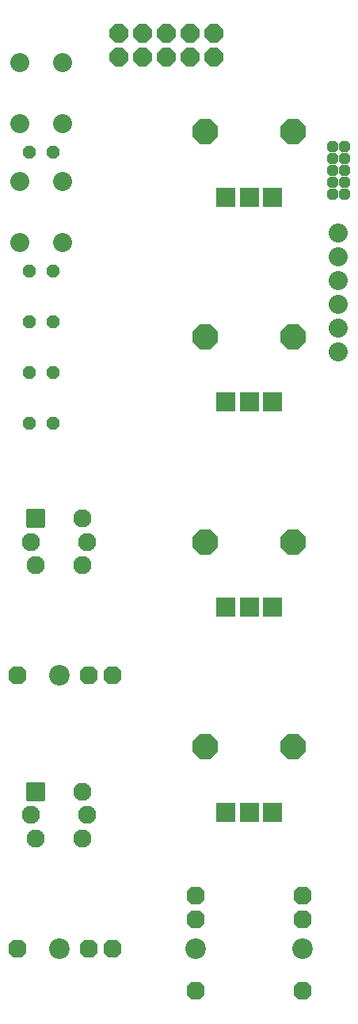
<source format=gbr>
%TF.GenerationSoftware,KiCad,Pcbnew,7.0.5-0*%
%TF.CreationDate,2023-08-28T20:49:07+02:00*%
%TF.ProjectId,peaks,7065616b-732e-46b6-9963-61645f706362,rev?*%
%TF.SameCoordinates,Original*%
%TF.FileFunction,Soldermask,Bot*%
%TF.FilePolarity,Negative*%
%FSLAX46Y46*%
G04 Gerber Fmt 4.6, Leading zero omitted, Abs format (unit mm)*
G04 Created by KiCad (PCBNEW 7.0.5-0) date 2023-08-28 20:49:07*
%MOMM*%
%LPD*%
G01*
G04 APERTURE LIST*
G04 Aperture macros list*
%AMRoundRect*
0 Rectangle with rounded corners*
0 $1 Rounding radius*
0 $2 $3 $4 $5 $6 $7 $8 $9 X,Y pos of 4 corners*
0 Add a 4 corners polygon primitive as box body*
4,1,4,$2,$3,$4,$5,$6,$7,$8,$9,$2,$3,0*
0 Add four circle primitives for the rounded corners*
1,1,$1+$1,$2,$3*
1,1,$1+$1,$4,$5*
1,1,$1+$1,$6,$7*
1,1,$1+$1,$8,$9*
0 Add four rect primitives between the rounded corners*
20,1,$1+$1,$2,$3,$4,$5,0*
20,1,$1+$1,$4,$5,$6,$7,0*
20,1,$1+$1,$6,$7,$8,$9,0*
20,1,$1+$1,$8,$9,$2,$3,0*%
%AMFreePoly0*
4,1,25,0.417216,0.947373,0.422118,0.942882,0.942882,0.422118,0.964910,0.374877,0.965200,0.368236,0.965200,-0.368236,0.947373,-0.417216,0.942882,-0.422118,0.422118,-0.942882,0.374877,-0.964910,0.368236,-0.965200,-0.368236,-0.965200,-0.417216,-0.947373,-0.422118,-0.942882,-0.942882,-0.422118,-0.964910,-0.374877,-0.965200,-0.368236,-0.965200,0.368236,-0.947373,0.417216,-0.942882,0.422118,
-0.422118,0.942882,-0.374877,0.964910,-0.368236,0.965200,0.368236,0.965200,0.417216,0.947373,0.417216,0.947373,$1*%
%AMFreePoly1*
4,1,25,0.301485,0.667973,0.306387,0.663482,0.663482,0.306387,0.685510,0.259146,0.685800,0.252505,0.685800,-0.252505,0.667973,-0.301485,0.663482,-0.306387,0.306387,-0.663482,0.259146,-0.685510,0.252505,-0.685800,-0.252505,-0.685800,-0.301485,-0.667973,-0.306387,-0.663482,-0.663482,-0.306387,-0.685510,-0.259146,-0.685800,-0.252505,-0.685800,0.252505,-0.667973,0.301485,-0.663482,0.306387,
-0.306387,0.663482,-0.259146,0.685510,-0.252505,0.685800,0.252505,0.685800,0.301485,0.667973,0.301485,0.667973,$1*%
%AMFreePoly2*
4,1,25,0.575031,1.328373,0.579933,1.323882,1.323882,0.579933,1.345910,0.532692,1.346200,0.526051,1.346200,-0.526051,1.328373,-0.575031,1.323882,-0.579933,0.579933,-1.323882,0.532692,-1.345910,0.526051,-1.346200,-0.526051,-1.346200,-0.575031,-1.328373,-0.579933,-1.323882,-1.323882,-0.579933,-1.345910,-0.532692,-1.346200,-0.526051,-1.346200,0.526051,-1.328373,0.575031,-1.323882,0.579933,
-0.579933,1.323882,-0.532692,1.345910,-0.526051,1.346200,0.526051,1.346200,0.575031,1.328373,0.575031,1.328373,$1*%
%AMFreePoly3*
4,1,25,0.269922,0.591773,0.274824,0.587282,0.587282,0.274824,0.609310,0.227583,0.609600,0.220942,0.609600,-0.220942,0.591773,-0.269922,0.587282,-0.274824,0.274824,-0.587282,0.227583,-0.609310,0.220942,-0.609600,-0.220942,-0.609600,-0.269922,-0.591773,-0.274824,-0.587282,-0.587282,-0.274824,-0.609310,-0.227583,-0.609600,-0.220942,-0.609600,0.220942,-0.591773,0.269922,-0.587282,0.274824,
-0.274824,0.587282,-0.227583,0.609310,-0.220942,0.609600,0.220942,0.609600,0.269922,0.591773,0.269922,0.591773,$1*%
%AMFreePoly4*
4,1,25,0.438258,0.998173,0.443160,0.993682,0.993682,0.443160,1.015710,0.395919,1.016000,0.389278,1.016000,-0.389278,0.998173,-0.438258,0.993682,-0.443160,0.443160,-0.993682,0.395919,-1.015710,0.389278,-1.016000,-0.389278,-1.016000,-0.438258,-0.998173,-0.443160,-0.993682,-0.993682,-0.443160,-1.015710,-0.395919,-1.016000,-0.389278,-1.016000,0.389278,-0.998173,0.438258,-0.993682,0.443160,
-0.443160,0.993682,-0.395919,1.015710,-0.389278,1.016000,0.389278,1.016000,0.438258,0.998173,0.438258,0.998173,$1*%
G04 Aperture macros list end*
%ADD10C,2.200000*%
%ADD11FreePoly0,90.000000*%
%ADD12FreePoly1,0.000000*%
%ADD13C,1.952400*%
%ADD14RoundRect,0.076200X0.900000X-0.900000X0.900000X0.900000X-0.900000X0.900000X-0.900000X-0.900000X0*%
%ADD15C,2.032000*%
%ADD16RoundRect,0.076200X0.939800X-0.939800X0.939800X0.939800X-0.939800X0.939800X-0.939800X-0.939800X0*%
%ADD17FreePoly2,90.000000*%
%ADD18FreePoly0,180.000000*%
%ADD19FreePoly3,270.000000*%
%ADD20FreePoly4,0.000000*%
G04 APERTURE END LIST*
D10*
%TO.C,J1*%
X135493600Y-122783600D03*
D11*
X141208600Y-122783600D03*
X138668600Y-122783600D03*
X131048600Y-122783600D03*
%TD*%
D12*
%TO.C,LED4*%
X132318600Y-90398600D03*
X134858600Y-90398600D03*
%TD*%
%TO.C,LED3*%
X132318600Y-85001100D03*
X134858600Y-85001100D03*
%TD*%
D10*
%TO.C,J2*%
X135493600Y-151993600D03*
D11*
X141208600Y-151993600D03*
X138668600Y-151993600D03*
X131048600Y-151993600D03*
%TD*%
D12*
%TO.C,LED2*%
X132318600Y-79603600D03*
X134858600Y-79603600D03*
%TD*%
%TO.C,LED1*%
X132318600Y-66903600D03*
X134858600Y-66903600D03*
%TD*%
D13*
%TO.C,SW7*%
X138000000Y-135200000D03*
X138000000Y-140200000D03*
D14*
X133000000Y-135200000D03*
D13*
X132500000Y-137700000D03*
X138500000Y-137700000D03*
X133000000Y-140200000D03*
%TD*%
D15*
%TO.C,SW2*%
X131328000Y-76504800D03*
X131328000Y-70002400D03*
X135849200Y-76504800D03*
X135849200Y-70002400D03*
%TD*%
D13*
%TO.C,SW8*%
X138000000Y-106000000D03*
X138000000Y-111000000D03*
D14*
X133000000Y-106000000D03*
D13*
X132500000Y-108500000D03*
X138500000Y-108500000D03*
X133000000Y-111000000D03*
%TD*%
D16*
%TO.C,R21*%
X158313600Y-137403600D03*
X155813600Y-137403600D03*
X153313600Y-137403600D03*
D17*
X160513600Y-130403600D03*
X151113600Y-130403600D03*
%TD*%
D16*
%TO.C,R11*%
X158313600Y-115496100D03*
X155813600Y-115496100D03*
X153313600Y-115496100D03*
D17*
X160513600Y-108496100D03*
X151113600Y-108496100D03*
%TD*%
D12*
%TO.C,LED5*%
X132318600Y-95796100D03*
X134858600Y-95796100D03*
%TD*%
D16*
%TO.C,R1*%
X158313600Y-71681100D03*
X155813600Y-71681100D03*
X153313600Y-71681100D03*
D17*
X160513600Y-64681100D03*
X151113600Y-64681100D03*
%TD*%
D15*
%TO.C,SW1*%
X131328000Y-63804800D03*
X131328000Y-57302400D03*
X135849200Y-63804800D03*
X135849200Y-57302400D03*
%TD*%
D10*
%TO.C,J4*%
X161528600Y-151993600D03*
D18*
X161528600Y-146278600D03*
X161528600Y-148818600D03*
X161528600Y-156438600D03*
%TD*%
D10*
%TO.C,J3*%
X150098600Y-151993600D03*
D18*
X150098600Y-146278600D03*
X150098600Y-148818600D03*
X150098600Y-156438600D03*
%TD*%
D16*
%TO.C,R5*%
X158313600Y-93588600D03*
X155813600Y-93588600D03*
X153313600Y-93588600D03*
D17*
X160513600Y-86588600D03*
X151113600Y-86588600D03*
%TD*%
D19*
%TO.C,JP2*%
X165973600Y-66268600D03*
X164703600Y-66268600D03*
X165973600Y-67538600D03*
X164703600Y-67538600D03*
X165973600Y-68808600D03*
X164703600Y-68808600D03*
X165973600Y-70078600D03*
X164703600Y-70078600D03*
X165973600Y-71348600D03*
X164703600Y-71348600D03*
%TD*%
D15*
%TO.C,JP1*%
X165338600Y-75476100D03*
X165338600Y-78016100D03*
X165338600Y-80556100D03*
X165338600Y-83096100D03*
X165338600Y-85636100D03*
X165338600Y-88176100D03*
%TD*%
D20*
%TO.C,JP3*%
X141843600Y-54203600D03*
X141843600Y-56743600D03*
X144383600Y-54203600D03*
X144383600Y-56743600D03*
X146923600Y-54203600D03*
X146923600Y-56743600D03*
X149463600Y-54203600D03*
X149463600Y-56743600D03*
X152003600Y-54203600D03*
X152003600Y-56743600D03*
%TD*%
M02*

</source>
